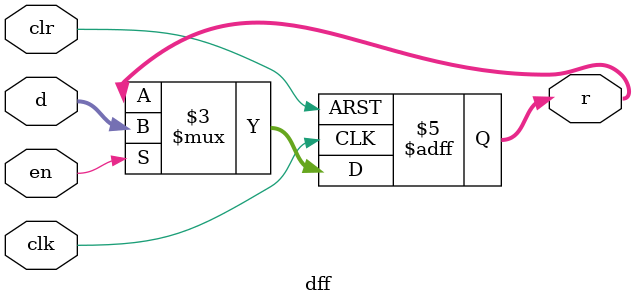
<source format=v>
module dff(
	input wire clk,
	input wire clr,
	input wire en,
	input wire [7:0]d,
	output reg [7:0]r
);
	
	always@(posedge clk or posedge clr)begin
		if (clr)
			r <= 8'b0;
		else if (en)
			r <= d;
		else
			r <= r;
	end
endmodule


</source>
